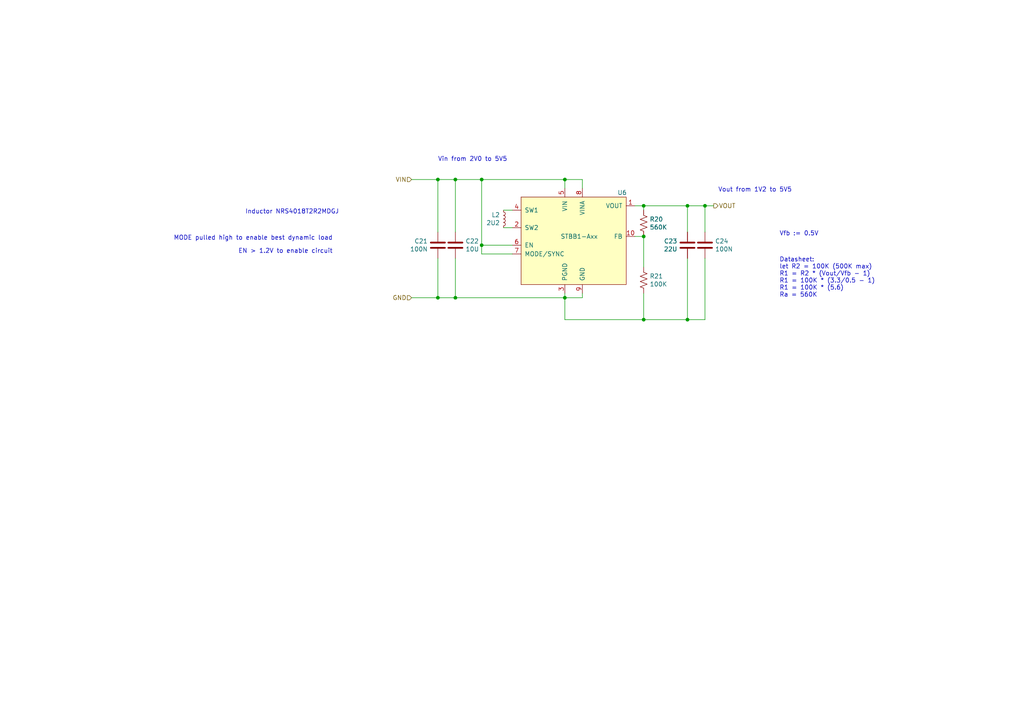
<source format=kicad_sch>
(kicad_sch (version 20211123) (generator eeschema)
  (paper "A4")
  (lib_symbols
    (symbol "Device:C" (pin_numbers hide) (pin_names (offset 0.254))
      (property "Reference" "C" (at 0.635 2.54 0))
      (property "Value" "C" (at 0.635 -2.54 0))
      (symbol "C_0_1"
        (polyline (pts (xy -2.032 -0.762) (xy 2.032 -0.762)) (stroke (width 0.508)))
        (polyline (pts (xy -2.032 0.762) (xy 2.032 0.762)) (stroke (width 0.508)))
      )
      (symbol "C_1_1"
        (pin passive line (at 0 3.81 270) (length 2.794) (name "~") (number "1"))
        (pin passive line (at 0 -3.81 90) (length 2.794) (name "~") (number "2"))
      )
    )
    (symbol "Device:L_Small" (pin_numbers hide) (pin_names (offset 0.254) hide)
      (property "Reference" "L" (at 0.762 1.016 0))
      (property "Value" "L_Small" (at 0.762 -1.016 0))
      (symbol "L_Small_0_1"
        (arc (start 0 -2.032) (mid 0.508 -1.524) (end 0 -1.016))
        (arc (start 0 -1.016) (mid 0.508 -0.508) (end 0 0))
        (arc (start 0 0) (mid 0.508 0.508) (end 0 1.016))
        (arc (start 0 1.016) (mid 0.508 1.524) (end 0 2.032))
      )
      (symbol "L_Small_1_1"
        (pin passive line (at 0 2.54 270) (length 0.508) (name "~") (number "1"))
        (pin passive line (at 0 -2.54 90) (length 0.508) (name "~") (number "2"))
      )
    )
    (symbol "Device:R_US" (pin_numbers hide) (pin_names (offset 0))
      (property "Reference" "R" (at 2.54 0 90))
      (property "Value" "R_US" (at -2.54 0 90))
      (symbol "R_US_0_1"
        (polyline (pts (xy 0 -2.286) (xy 0 -2.54)))
        (polyline (pts (xy 0 2.286) (xy 0 2.54)))
        (polyline (pts (xy 0 -0.762) (xy 1.016 -1.143) (xy 0 -1.524) (xy -1.016 -1.905) (xy 0 -2.286)))
        (polyline (pts (xy 0 0.762) (xy 1.016 0.381) (xy 0 0) (xy -1.016 -0.381) (xy 0 -0.762)))
        (polyline (pts (xy 0 2.286) (xy 1.016 1.905) (xy 0 1.524) (xy -1.016 1.143) (xy 0 0.762)))
      )
      (symbol "R_US_1_1"
        (pin passive line (at 0 3.81 270) (length 1.27) (name "~") (number "1"))
        (pin passive line (at 0 -3.81 90) (length 1.27) (name "~") (number "2"))
      )
    )
    (symbol "william_dc_dc:STBB1-Axx" (pin_names (offset 1.016))
      (property "Reference" "U" (at 13.97 12.7 0))
      (property "Value" "STBB1-Axx" (at 0 1.27 0))
      (symbol "STBB1-Axx_0_1"
        (rectangle (start -15.24 11.43) (end 15.24 -13.97) (fill (type background)))
      )
      (symbol "STBB1-Axx_1_1"
        (pin power_out line (at 17.78 8.89 180) (length 2.54) (name "VOUT") (number "1"))
        (pin input line (at 17.78 0 180) (length 2.54) (name "FB") (number "10"))
        (pin passive line (at -2.54 -16.51 90) (length 2.54) hide (name "PGND") (number "11"))
        (pin input line (at -17.78 2.54 0) (length 2.54) (name "SW2") (number "2"))
        (pin power_in line (at -2.54 -16.51 90) (length 2.54) (name "PGND") (number "3"))
        (pin input line (at -17.78 7.62 0) (length 2.54) (name "SW1") (number "4"))
        (pin power_in line (at -2.54 13.97 270) (length 2.54) (name "VIN") (number "5"))
        (pin input line (at -17.78 -2.54 0) (length 2.54) (name "EN") (number "6"))
        (pin input line (at -17.78 -5.08 0) (length 2.54) (name "MODE/SYNC") (number "7"))
        (pin power_in line (at 2.54 13.97 270) (length 2.54) (name "VINA") (number "8"))
        (pin power_in line (at 2.54 -16.51 90) (length 2.54) (name "GND") (number "9"))
      )
    )
  )
  (junction (at 163.83 86.36))
  (junction (at 163.83 52.07))
  (junction (at 186.69 92.71))
  (junction (at 186.69 68.58))
  (junction (at 127 52.07))
  (junction (at 139.7 71.12))
  (junction (at 186.69 59.69))
  (junction (at 127 86.36))
  (junction (at 132.08 86.36))
  (junction (at 139.7 52.07))
  (junction (at 199.39 92.71))
  (junction (at 132.08 52.07))
  (junction (at 204.47 59.69))
  (junction (at 199.39 59.69))
  (wire (pts (xy 186.69 59.69) (xy 199.39 59.69)))
  (wire (pts (xy 168.91 86.36) (xy 168.91 85.09)))
  (wire (pts (xy 186.69 92.71) (xy 199.39 92.71)))
  (wire (pts (xy 132.08 52.07) (xy 139.7 52.07)))
  (wire (pts (xy 148.59 60.96) (xy 146.05 60.96)))
  (wire (pts (xy 199.39 59.69) (xy 204.47 59.69)))
  (wire (pts (xy 163.83 86.36) (xy 163.83 92.71)))
  (wire (pts (xy 139.7 71.12) (xy 139.7 52.07)))
  (wire (pts (xy 168.91 52.07) (xy 168.91 54.61)))
  (wire (pts (xy 132.08 86.36) (xy 163.83 86.36)))
  (wire (pts (xy 127 67.31) (xy 127 52.07)))
  (wire (pts (xy 127 52.07) (xy 132.08 52.07)))
  (wire (pts (xy 204.47 59.69) (xy 207.01 59.69)))
  (wire (pts (xy 163.83 86.36) (xy 168.91 86.36)))
  (wire (pts (xy 199.39 67.31) (xy 199.39 59.69)))
  (wire (pts (xy 168.91 52.07) (xy 163.83 52.07)))
  (wire (pts (xy 186.69 68.58) (xy 184.15 68.58)))
  (wire (pts (xy 163.83 92.71) (xy 186.69 92.71)))
  (wire (pts (xy 146.05 66.04) (xy 148.59 66.04)))
  (wire (pts (xy 204.47 92.71) (xy 204.47 74.93)))
  (wire (pts (xy 163.83 52.07) (xy 163.83 54.61)))
  (wire (pts (xy 199.39 74.93) (xy 199.39 92.71)))
  (wire (pts (xy 186.69 85.09) (xy 186.69 92.71)))
  (wire (pts (xy 186.69 60.96) (xy 186.69 59.69)))
  (wire (pts (xy 119.38 86.36) (xy 127 86.36)))
  (wire (pts (xy 139.7 52.07) (xy 163.83 52.07)))
  (wire (pts (xy 148.59 71.12) (xy 139.7 71.12)))
  (wire (pts (xy 132.08 74.93) (xy 132.08 86.36)))
  (wire (pts (xy 163.83 85.09) (xy 163.83 86.36)))
  (wire (pts (xy 132.08 52.07) (xy 132.08 67.31)))
  (wire (pts (xy 119.38 52.07) (xy 127 52.07)))
  (wire (pts (xy 127 74.93) (xy 127 86.36)))
  (wire (pts (xy 184.15 59.69) (xy 186.69 59.69)))
  (wire (pts (xy 127 86.36) (xy 132.08 86.36)))
  (wire (pts (xy 199.39 92.71) (xy 204.47 92.71)))
  (wire (pts (xy 204.47 67.31) (xy 204.47 59.69)))
  (wire (pts (xy 148.59 73.66) (xy 139.7 73.66)))
  (wire (pts (xy 186.69 68.58) (xy 186.69 77.47)))
  (wire (pts (xy 139.7 71.12) (xy 139.7 73.66)))
  (text "MODE pulled high to enable best dynamic load\n" (at 96.52 69.85 180) (effects (font (size 1.27 1.27)) (justify right bottom)))
  (text "Vfb := 0.5V" (at 226.06 68.58 0) (effects (font (size 1.27 1.27)) (justify left bottom)))
  (text "EN > 1.2V to enable circuit\n" (at 96.52 73.66 180) (effects (font (size 1.27 1.27)) (justify right bottom)))
  (text "Vin from 2V0 to 5V5" (at 127 46.99 0) (effects (font (size 1.27 1.27)) (justify left bottom)))
  (text "Vout from 1V2 to 5V5" (at 208.28 55.88 0) (effects (font (size 1.27 1.27)) (justify left bottom)))
  (text "Inductor NRS4018T2R2MDGJ" (at 71.12 62.23 0) (effects (font (size 1.27 1.27)) (justify left bottom)))
  (text "Datasheet:\nlet R2 = 100K (500K max)\nR1 = R2 * (Vout/Vfb - 1)\nR1 = 100K * (3.3/0.5 - 1)\nR1 = 100K * (5.6)\nRa = 560K" (at 226.06 86.36 0) (effects (font (size 1.27 1.27)) (justify left bottom)))
  (hierarchical_label "VIN" (shape input) (at 119.38 52.07 180))
  (hierarchical_label "VOUT" (shape output) (at 207.01 59.69 0))
  (hierarchical_label "GND" (shape input) (at 119.38 86.36 180))
  (symbol (lib_id "william_dc_dc:STBB1-Axx") (at 166.37 68.58 0) (unit 1)
    (property "Reference" "U6" (at 179.07 55.88 0) (effects (justify left)))
    (property "Value" "STBB1-Axx" (at 162.56 68.58 0) (effects (justify left)))
    (property "Footprint" "Package_DFN_QFN:DFN-10-1EP_3x3mm_P0.5mm_EP1.7x2.5mm" (effects hide))
    (property "Datasheet" "http://www.st.com/content/ccc/resource/technical/document/datasheet/20/a6/10/e0/63/85/43/c1/DM00037824.pdf/files/DM00037824.pdf/jcr:content/translations/en.DM00037824.pdf" (effects hide))
  )
  (symbol (lib_id "Device:L_Small") (at 146.05 63.5 0) (mirror x) (unit 1)
    (property "Reference" "L2" (at 145.0086 62.3316 0) (effects (justify right)))
    (property "Value" "2U2" (at 145.0086 64.643 0) (effects (justify right)))
    (property "Footprint" "william_inductor:L_Taiyo-Yuden_MD-4040" (effects hide))
  )
  (symbol (lib_id "Device:C") (at 199.39 71.12 0) (mirror y) (unit 1)
    (property "Reference" "C23" (at 196.469 69.9516 0) (effects (justify left)))
    (property "Value" "22U" (at 196.469 72.263 0) (effects (justify left)))
    (property "Footprint" "Capacitor_SMD:C_0805_2012Metric" (effects hide))
  )
  (symbol (lib_id "Device:R_US") (at 186.69 64.77 0) (unit 1)
    (property "Reference" "R20" (at 188.4172 63.6016 0) (effects (justify left)))
    (property "Value" "560K" (at 188.4172 65.913 0) (effects (justify left)))
    (property "Footprint" "Resistor_SMD:R_0603_1608Metric" (effects hide))
  )
  (symbol (lib_id "Device:R_US") (at 186.69 81.28 0) (unit 1)
    (property "Reference" "R21" (at 188.4172 80.1116 0) (effects (justify left)))
    (property "Value" "100K" (at 188.4172 82.423 0) (effects (justify left)))
    (property "Footprint" "Resistor_SMD:R_0603_1608Metric" (effects hide))
  )
  (symbol (lib_id "Device:C") (at 132.08 71.12 0) (unit 1)
    (property "Reference" "C22" (at 135.001 69.9516 0) (effects (justify left)))
    (property "Value" "10U" (at 135.001 72.263 0) (effects (justify left)))
    (property "Footprint" "Capacitor_SMD:C_0805_2012Metric" (effects hide))
  )
  (symbol (lib_id "Device:C") (at 204.47 71.12 0) (unit 1)
    (property "Reference" "C24" (at 207.391 69.9516 0) (effects (justify left)))
    (property "Value" "100N" (at 207.391 72.263 0) (effects (justify left)))
    (property "Footprint" "Capacitor_SMD:C_0603_1608Metric" (effects hide))
  )
  (symbol (lib_id "Device:C") (at 127 71.12 0) (mirror y) (unit 1)
    (property "Reference" "C21" (at 124.079 69.9516 0) (effects (justify left)))
    (property "Value" "100N" (at 124.079 72.263 0) (effects (justify left)))
    (property "Footprint" "Capacitor_SMD:C_0603_1608Metric" (effects hide))
  )
)
</source>
